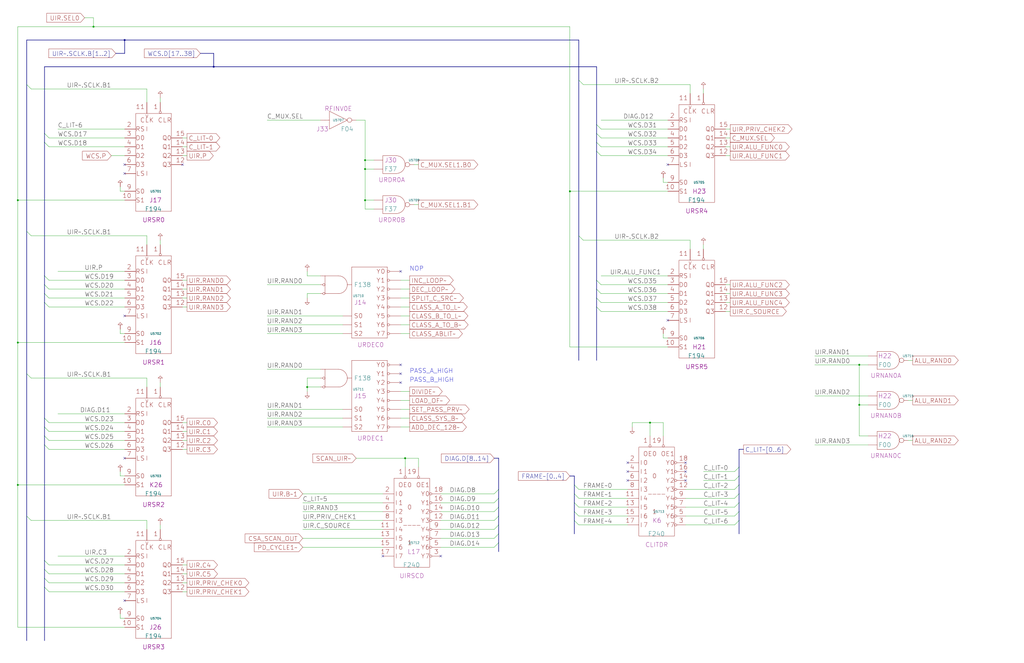
<source format=kicad_sch>
(kicad_sch (version 20211123) (generator eeschema)
  (paper "User" 584.2 378.46)
  (title_block (title "WRITABLE CONTROL STORE\\nMICRO INSTRUCTION REGISTER") (date "15-MAR-90") (rev "1.0") (comment 1 "TYPE") (comment 2 "232-003062") (comment 3 "S400") (comment 4 "RELEASED"))
  (bus (pts (xy 114.3 30.48) (xy 121.92 30.48)))
  (bus (pts (xy 121.92 30.48) (xy 121.92 38.1)))
  (bus (pts (xy 121.92 38.1) (xy 340.36 38.1)))
  (bus (pts (xy 15.24 132.08) (xy 15.24 213.36)))
  (bus (pts (xy 15.24 213.36) (xy 15.24 294.64)))
  (bus (pts (xy 15.24 22.86) (xy 15.24 48.26)))
  (bus (pts (xy 15.24 22.86) (xy 71.12 22.86)))
  (bus (pts (xy 15.24 294.64) (xy 15.24 365.76)))
  (bus (pts (xy 15.24 48.26) (xy 15.24 132.08)))
  (bus (pts (xy 25.4 157.48) (xy 25.4 162.56)))
  (bus (pts (xy 25.4 162.56) (xy 25.4 167.64)))
  (bus (pts (xy 25.4 167.64) (xy 25.4 172.72)))
  (bus (pts (xy 25.4 172.72) (xy 25.4 238.76)))
  (bus (pts (xy 25.4 238.76) (xy 25.4 243.84)))
  (bus (pts (xy 25.4 243.84) (xy 25.4 248.92)))
  (bus (pts (xy 25.4 248.92) (xy 25.4 254)))
  (bus (pts (xy 25.4 254) (xy 25.4 320.04)))
  (bus (pts (xy 25.4 320.04) (xy 25.4 325.12)))
  (bus (pts (xy 25.4 325.12) (xy 25.4 330.2)))
  (bus (pts (xy 25.4 330.2) (xy 25.4 335.28)))
  (bus (pts (xy 25.4 335.28) (xy 25.4 365.76)))
  (bus (pts (xy 25.4 38.1) (xy 121.92 38.1)))
  (bus (pts (xy 25.4 38.1) (xy 25.4 76.2)))
  (bus (pts (xy 25.4 76.2) (xy 25.4 81.28)))
  (bus (pts (xy 25.4 81.28) (xy 25.4 157.48)))
  (bus (pts (xy 281.94 261.62) (xy 284.48 261.62)))
  (bus (pts (xy 284.48 261.62) (xy 284.48 279.4)))
  (bus (pts (xy 284.48 279.4) (xy 284.48 284.48)))
  (bus (pts (xy 284.48 284.48) (xy 284.48 289.56)))
  (bus (pts (xy 284.48 289.56) (xy 284.48 294.64)))
  (bus (pts (xy 284.48 294.64) (xy 284.48 299.72)))
  (bus (pts (xy 284.48 299.72) (xy 284.48 304.8)))
  (bus (pts (xy 284.48 304.8) (xy 284.48 309.88)))
  (bus (pts (xy 284.48 309.88) (xy 284.48 314.96)))
  (bus (pts (xy 325.12 271.78) (xy 327.66 271.78)))
  (bus (pts (xy 327.66 271.78) (xy 327.66 276.86)))
  (bus (pts (xy 327.66 276.86) (xy 327.66 281.94)))
  (bus (pts (xy 327.66 281.94) (xy 327.66 287.02)))
  (bus (pts (xy 327.66 287.02) (xy 327.66 292.1)))
  (bus (pts (xy 327.66 292.1) (xy 327.66 297.18)))
  (bus (pts (xy 327.66 297.18) (xy 327.66 304.8)))
  (bus (pts (xy 330.2 134.62) (xy 330.2 205.74)))
  (bus (pts (xy 330.2 22.86) (xy 330.2 45.72)))
  (bus (pts (xy 330.2 45.72) (xy 330.2 134.62)))
  (bus (pts (xy 340.36 160.02) (xy 340.36 165.1)))
  (bus (pts (xy 340.36 165.1) (xy 340.36 170.18)))
  (bus (pts (xy 340.36 170.18) (xy 340.36 175.26)))
  (bus (pts (xy 340.36 175.26) (xy 340.36 205.74)))
  (bus (pts (xy 340.36 38.1) (xy 340.36 71.12)))
  (bus (pts (xy 340.36 71.12) (xy 340.36 76.2)))
  (bus (pts (xy 340.36 76.2) (xy 340.36 81.28)))
  (bus (pts (xy 340.36 81.28) (xy 340.36 86.36)))
  (bus (pts (xy 340.36 86.36) (xy 340.36 160.02)))
  (bus (pts (xy 421.64 256.54) (xy 421.64 266.7)))
  (bus (pts (xy 421.64 256.54) (xy 424.18 256.54)))
  (bus (pts (xy 421.64 266.7) (xy 421.64 271.78)))
  (bus (pts (xy 421.64 271.78) (xy 421.64 276.86)))
  (bus (pts (xy 421.64 276.86) (xy 421.64 281.94)))
  (bus (pts (xy 421.64 281.94) (xy 421.64 287.02)))
  (bus (pts (xy 421.64 287.02) (xy 421.64 292.1)))
  (bus (pts (xy 421.64 292.1) (xy 421.64 297.18)))
  (bus (pts (xy 421.64 297.18) (xy 421.64 304.8)))
  (bus (pts (xy 66.04 30.48) (xy 71.12 30.48)))
  (bus (pts (xy 71.12 22.86) (xy 330.2 22.86)))
  (bus (pts (xy 71.12 30.48) (xy 71.12 22.86)))
  (wire (pts (xy 10.16 114.3) (xy 10.16 15.24)))
  (wire (pts (xy 10.16 114.3) (xy 71.12 114.3)))
  (wire (pts (xy 10.16 15.24) (xy 53.34 15.24)))
  (wire (pts (xy 10.16 195.58) (xy 10.16 114.3)))
  (wire (pts (xy 10.16 195.58) (xy 71.12 195.58)))
  (wire (pts (xy 10.16 276.86) (xy 10.16 195.58)))
  (wire (pts (xy 10.16 276.86) (xy 71.12 276.86)))
  (wire (pts (xy 10.16 358.14) (xy 10.16 276.86)))
  (wire (pts (xy 10.16 358.14) (xy 71.12 358.14)))
  (wire (pts (xy 104.14 160.02) (xy 106.68 160.02)))
  (wire (pts (xy 104.14 165.1) (xy 106.68 165.1)))
  (wire (pts (xy 104.14 170.18) (xy 106.68 170.18)))
  (wire (pts (xy 104.14 175.26) (xy 106.68 175.26)))
  (wire (pts (xy 104.14 241.3) (xy 106.68 241.3)))
  (wire (pts (xy 104.14 246.38) (xy 106.68 246.38)))
  (wire (pts (xy 104.14 251.46) (xy 106.68 251.46)))
  (wire (pts (xy 104.14 256.54) (xy 106.68 256.54)))
  (wire (pts (xy 104.14 322.58) (xy 106.68 322.58)))
  (wire (pts (xy 104.14 327.66) (xy 106.68 327.66)))
  (wire (pts (xy 104.14 332.74) (xy 106.68 332.74)))
  (wire (pts (xy 104.14 337.82) (xy 106.68 337.82)))
  (wire (pts (xy 104.14 78.74) (xy 106.68 78.74)))
  (wire (pts (xy 104.14 83.82) (xy 106.68 83.82)))
  (wire (pts (xy 104.14 88.9) (xy 106.68 88.9)))
  (wire (pts (xy 152.4 162.56) (xy 182.88 162.56)))
  (wire (pts (xy 152.4 180.34) (xy 195.58 180.34)))
  (wire (pts (xy 152.4 185.42) (xy 195.58 185.42)))
  (wire (pts (xy 152.4 190.5) (xy 195.58 190.5)))
  (wire (pts (xy 152.4 210.82) (xy 182.88 210.82)))
  (wire (pts (xy 152.4 233.68) (xy 195.58 233.68)))
  (wire (pts (xy 152.4 238.76) (xy 195.58 238.76)))
  (wire (pts (xy 152.4 243.84) (xy 195.58 243.84)))
  (wire (pts (xy 152.4 68.58) (xy 182.88 68.58)))
  (wire (pts (xy 17.78 134.62) (xy 83.82 134.62)))
  (wire (pts (xy 17.78 215.9) (xy 83.82 215.9)))
  (wire (pts (xy 17.78 297.18) (xy 83.82 297.18)))
  (wire (pts (xy 17.78 50.8) (xy 83.82 50.8)))
  (wire (pts (xy 172.72 281.94) (xy 218.44 281.94)))
  (wire (pts (xy 172.72 287.02) (xy 218.44 287.02)))
  (wire (pts (xy 172.72 292.1) (xy 218.44 292.1)))
  (wire (pts (xy 172.72 297.18) (xy 218.44 297.18)))
  (wire (pts (xy 172.72 302.26) (xy 218.44 302.26)))
  (wire (pts (xy 172.72 307.34) (xy 218.44 307.34)))
  (wire (pts (xy 172.72 312.42) (xy 218.44 312.42)))
  (wire (pts (xy 175.26 157.48) (xy 175.26 154.94)))
  (wire (pts (xy 175.26 167.64) (xy 175.26 170.18)))
  (wire (pts (xy 175.26 215.9) (xy 175.26 220.98)))
  (wire (pts (xy 175.26 220.98) (xy 175.26 223.52)))
  (wire (pts (xy 175.26 220.98) (xy 182.88 220.98)))
  (wire (pts (xy 182.88 157.48) (xy 175.26 157.48)))
  (wire (pts (xy 182.88 167.64) (xy 175.26 167.64)))
  (wire (pts (xy 182.88 215.9) (xy 175.26 215.9)))
  (wire (pts (xy 203.2 68.58) (xy 208.28 68.58)))
  (wire (pts (xy 208.28 114.3) (xy 208.28 119.38)))
  (wire (pts (xy 208.28 114.3) (xy 213.36 114.3)))
  (wire (pts (xy 208.28 119.38) (xy 213.36 119.38)))
  (wire (pts (xy 208.28 68.58) (xy 208.28 91.44)))
  (wire (pts (xy 208.28 91.44) (xy 208.28 96.52)))
  (wire (pts (xy 208.28 91.44) (xy 213.36 91.44)))
  (wire (pts (xy 208.28 96.52) (xy 208.28 114.3)))
  (wire (pts (xy 208.28 96.52) (xy 213.36 96.52)))
  (wire (pts (xy 228.6 160.02) (xy 233.68 160.02)))
  (wire (pts (xy 228.6 165.1) (xy 233.68 165.1)))
  (wire (pts (xy 228.6 170.18) (xy 233.68 170.18)))
  (wire (pts (xy 228.6 175.26) (xy 233.68 175.26)))
  (wire (pts (xy 228.6 180.34) (xy 233.68 180.34)))
  (wire (pts (xy 228.6 185.42) (xy 233.68 185.42)))
  (wire (pts (xy 228.6 190.5) (xy 233.68 190.5)))
  (wire (pts (xy 228.6 223.52) (xy 233.68 223.52)))
  (wire (pts (xy 228.6 228.6) (xy 233.68 228.6)))
  (wire (pts (xy 228.6 233.68) (xy 233.68 233.68)))
  (wire (pts (xy 228.6 238.76) (xy 233.68 238.76)))
  (wire (pts (xy 228.6 243.84) (xy 233.68 243.84)))
  (wire (pts (xy 231.14 261.62) (xy 203.2 261.62)))
  (wire (pts (xy 231.14 261.62) (xy 231.14 266.7)))
  (wire (pts (xy 236.22 116.84) (xy 238.76 116.84)))
  (wire (pts (xy 236.22 93.98) (xy 238.76 93.98)))
  (wire (pts (xy 238.76 261.62) (xy 231.14 261.62)))
  (wire (pts (xy 238.76 266.7) (xy 238.76 261.62)))
  (wire (pts (xy 251.46 281.94) (xy 281.94 281.94)))
  (wire (pts (xy 251.46 287.02) (xy 281.94 287.02)))
  (wire (pts (xy 251.46 292.1) (xy 281.94 292.1)))
  (wire (pts (xy 251.46 297.18) (xy 281.94 297.18)))
  (wire (pts (xy 251.46 302.26) (xy 281.94 302.26)))
  (wire (pts (xy 251.46 307.34) (xy 281.94 307.34)))
  (wire (pts (xy 251.46 312.42) (xy 281.94 312.42)))
  (wire (pts (xy 27.94 160.02) (xy 71.12 160.02)))
  (wire (pts (xy 27.94 165.1) (xy 71.12 165.1)))
  (wire (pts (xy 27.94 170.18) (xy 71.12 170.18)))
  (wire (pts (xy 27.94 175.26) (xy 71.12 175.26)))
  (wire (pts (xy 27.94 241.3) (xy 71.12 241.3)))
  (wire (pts (xy 27.94 246.38) (xy 71.12 246.38)))
  (wire (pts (xy 27.94 251.46) (xy 71.12 251.46)))
  (wire (pts (xy 27.94 256.54) (xy 71.12 256.54)))
  (wire (pts (xy 27.94 322.58) (xy 71.12 322.58)))
  (wire (pts (xy 27.94 327.66) (xy 71.12 327.66)))
  (wire (pts (xy 27.94 332.74) (xy 71.12 332.74)))
  (wire (pts (xy 27.94 337.82) (xy 71.12 337.82)))
  (wire (pts (xy 27.94 78.74) (xy 71.12 78.74)))
  (wire (pts (xy 27.94 83.82) (xy 71.12 83.82)))
  (wire (pts (xy 325.12 109.22) (xy 325.12 198.12)))
  (wire (pts (xy 325.12 109.22) (xy 381 109.22)))
  (wire (pts (xy 325.12 15.24) (xy 325.12 109.22)))
  (wire (pts (xy 325.12 198.12) (xy 381 198.12)))
  (wire (pts (xy 33.02 154.94) (xy 71.12 154.94)))
  (wire (pts (xy 33.02 236.22) (xy 71.12 236.22)))
  (wire (pts (xy 33.02 317.5) (xy 71.12 317.5)))
  (wire (pts (xy 33.02 73.66) (xy 71.12 73.66)))
  (wire (pts (xy 330.2 279.4) (xy 358.14 279.4)))
  (wire (pts (xy 330.2 284.48) (xy 358.14 284.48)))
  (wire (pts (xy 330.2 289.56) (xy 358.14 289.56)))
  (wire (pts (xy 330.2 294.64) (xy 358.14 294.64)))
  (wire (pts (xy 330.2 299.72) (xy 358.14 299.72)))
  (wire (pts (xy 332.74 137.16) (xy 393.7 137.16)))
  (wire (pts (xy 332.74 48.26) (xy 393.7 48.26)))
  (wire (pts (xy 342.9 157.48) (xy 381 157.48)))
  (wire (pts (xy 342.9 162.56) (xy 381 162.56)))
  (wire (pts (xy 342.9 167.64) (xy 381 167.64)))
  (wire (pts (xy 342.9 172.72) (xy 381 172.72)))
  (wire (pts (xy 342.9 177.8) (xy 381 177.8)))
  (wire (pts (xy 342.9 68.58) (xy 381 68.58)))
  (wire (pts (xy 342.9 73.66) (xy 381 73.66)))
  (wire (pts (xy 342.9 78.74) (xy 381 78.74)))
  (wire (pts (xy 342.9 83.82) (xy 381 83.82)))
  (wire (pts (xy 342.9 88.9) (xy 381 88.9)))
  (wire (pts (xy 360.68 241.3) (xy 370.84 241.3)))
  (wire (pts (xy 360.68 243.84) (xy 360.68 241.3)))
  (wire (pts (xy 370.84 241.3) (xy 370.84 248.92)))
  (wire (pts (xy 370.84 241.3) (xy 378.46 241.3)))
  (wire (pts (xy 378.46 101.6) (xy 378.46 104.14)))
  (wire (pts (xy 378.46 104.14) (xy 381 104.14)))
  (wire (pts (xy 378.46 190.5) (xy 378.46 193.04)))
  (wire (pts (xy 378.46 193.04) (xy 381 193.04)))
  (wire (pts (xy 378.46 241.3) (xy 378.46 248.92)))
  (wire (pts (xy 391.16 279.4) (xy 419.1 279.4)))
  (wire (pts (xy 391.16 284.48) (xy 419.1 284.48)))
  (wire (pts (xy 391.16 289.56) (xy 419.1 289.56)))
  (wire (pts (xy 391.16 294.64) (xy 419.1 294.64)))
  (wire (pts (xy 391.16 299.72) (xy 419.1 299.72)))
  (wire (pts (xy 393.7 142.24) (xy 393.7 137.16)))
  (wire (pts (xy 393.7 53.34) (xy 393.7 48.26)))
  (wire (pts (xy 401.32 139.7) (xy 401.32 142.24)))
  (wire (pts (xy 401.32 269.24) (xy 419.1 269.24)))
  (wire (pts (xy 401.32 274.32) (xy 419.1 274.32)))
  (wire (pts (xy 401.32 50.8) (xy 401.32 53.34)))
  (wire (pts (xy 414.02 162.56) (xy 416.56 162.56)))
  (wire (pts (xy 414.02 167.64) (xy 416.56 167.64)))
  (wire (pts (xy 414.02 172.72) (xy 416.56 172.72)))
  (wire (pts (xy 414.02 177.8) (xy 416.56 177.8)))
  (wire (pts (xy 414.02 73.66) (xy 416.56 73.66)))
  (wire (pts (xy 414.02 78.74) (xy 416.56 78.74)))
  (wire (pts (xy 414.02 83.82) (xy 416.56 83.82)))
  (wire (pts (xy 414.02 88.9) (xy 416.56 88.9)))
  (wire (pts (xy 464.82 203.2) (xy 495.3 203.2)))
  (wire (pts (xy 464.82 208.28) (xy 490.22 208.28)))
  (wire (pts (xy 464.82 226.06) (xy 495.3 226.06)))
  (wire (pts (xy 464.82 254) (xy 495.3 254)))
  (wire (pts (xy 48.26 10.16) (xy 53.34 10.16)))
  (wire (pts (xy 490.22 208.28) (xy 495.3 208.28)))
  (wire (pts (xy 490.22 231.14) (xy 490.22 208.28)))
  (wire (pts (xy 490.22 231.14) (xy 495.3 231.14)))
  (wire (pts (xy 490.22 248.92) (xy 490.22 231.14)))
  (wire (pts (xy 495.3 248.92) (xy 490.22 248.92)))
  (wire (pts (xy 518.16 205.74) (xy 520.7 205.74)))
  (wire (pts (xy 518.16 228.6) (xy 520.7 228.6)))
  (wire (pts (xy 518.16 251.46) (xy 520.7 251.46)))
  (wire (pts (xy 53.34 10.16) (xy 53.34 15.24)))
  (wire (pts (xy 53.34 15.24) (xy 325.12 15.24)))
  (wire (pts (xy 63.5 88.9) (xy 71.12 88.9)))
  (wire (pts (xy 68.58 106.68) (xy 68.58 109.22)))
  (wire (pts (xy 68.58 109.22) (xy 71.12 109.22)))
  (wire (pts (xy 68.58 187.96) (xy 68.58 190.5)))
  (wire (pts (xy 68.58 190.5) (xy 71.12 190.5)))
  (wire (pts (xy 68.58 269.24) (xy 68.58 271.78)))
  (wire (pts (xy 68.58 271.78) (xy 71.12 271.78)))
  (wire (pts (xy 68.58 350.52) (xy 68.58 353.06)))
  (wire (pts (xy 68.58 353.06) (xy 71.12 353.06)))
  (wire (pts (xy 83.82 139.7) (xy 83.82 134.62)))
  (wire (pts (xy 83.82 220.98) (xy 83.82 215.9)))
  (wire (pts (xy 83.82 302.26) (xy 83.82 297.18)))
  (wire (pts (xy 83.82 58.42) (xy 83.82 50.8)))
  (wire (pts (xy 91.44 137.16) (xy 91.44 139.7)))
  (wire (pts (xy 91.44 218.44) (xy 91.44 220.98)))
  (wire (pts (xy 91.44 299.72) (xy 91.44 302.26)))
  (wire (pts (xy 91.44 55.88) (xy 91.44 58.42)))
  (junction (at 10.16 114.3))
  (junction (at 10.16 195.58))
  (junction (at 10.16 276.86))
  (bus_entry (at 15.24 48.26) (size 2.54 2.54))
  (bus_entry (at 15.24 132.08) (size 2.54 2.54))
  (bus_entry (at 15.24 213.36) (size 2.54 2.54))
  (bus_entry (at 15.24 294.64) (size 2.54 2.54))
  (bus_entry (at 25.4 76.2) (size 2.54 2.54))
  (bus_entry (at 25.4 81.28) (size 2.54 2.54))
  (bus_entry (at 25.4 157.48) (size 2.54 2.54))
  (bus_entry (at 25.4 162.56) (size 2.54 2.54))
  (bus_entry (at 25.4 167.64) (size 2.54 2.54))
  (bus_entry (at 25.4 172.72) (size 2.54 2.54))
  (bus_entry (at 25.4 238.76) (size 2.54 2.54))
  (bus_entry (at 25.4 243.84) (size 2.54 2.54))
  (bus_entry (at 25.4 248.92) (size 2.54 2.54))
  (bus_entry (at 25.4 254) (size 2.54 2.54))
  (bus_entry (at 25.4 320.04) (size 2.54 2.54))
  (bus_entry (at 25.4 325.12) (size 2.54 2.54))
  (bus_entry (at 25.4 330.2) (size 2.54 2.54))
  (bus_entry (at 25.4 335.28) (size 2.54 2.54))
  (label "C_LIT~6" (at 33.02 73.66 0) (effects (font (size 2.54 2.54))))
  (label "WCS.D17" (at 33.02 78.74 0) (effects (font (size 2.54 2.54))))
  (label "WCS.D18" (at 33.02 83.82 0) (effects (font (size 2.54 2.54))))
  (label "UIR~.SCLK.B1" (at 38.1 50.8 0) (effects (font (size 2.54 2.54))))
  (label "UIR~.SCLK.B1" (at 38.1 134.62 0) (effects (font (size 2.54 2.54))))
  (label "UIR~.SCLK.B1" (at 38.1 215.9 0) (effects (font (size 2.54 2.54))))
  (label "UIR~.SCLK.B1" (at 38.1 297.18 0) (effects (font (size 2.54 2.54))))
  (label "DIAG.D11" (at 45.72 236.22 0) (effects (font (size 2.54 2.54))))
  (global_label "UIR.SEL0" (shape input) (at 48.26 10.16 180) (effects (font (size 2.54 2.54))) (property "Intersheet References" "${INTERSHEET_REFS}" (at 26.6216 10.0013 0) (effects (font (size 2.54 2.54)) (justify right))))
  (label "UIR.P" (at 48.26 154.94 0) (effects (font (size 2.54 2.54))))
  (label "WCS.D19" (at 48.26 160.02 0) (effects (font (size 2.54 2.54))))
  (label "WCS.D20" (at 48.26 165.1 0) (effects (font (size 2.54 2.54))))
  (label "WCS.D21" (at 48.26 170.18 0) (effects (font (size 2.54 2.54))))
  (label "WCS.D22" (at 48.26 175.26 0) (effects (font (size 2.54 2.54))))
  (label "WCS.D23" (at 48.26 241.3 0) (effects (font (size 2.54 2.54))))
  (label "WCS.D24" (at 48.26 246.38 0) (effects (font (size 2.54 2.54))))
  (label "WCS.D25" (at 48.26 251.46 0) (effects (font (size 2.54 2.54))))
  (label "WCS.D26" (at 48.26 256.54 0) (effects (font (size 2.54 2.54))))
  (label "UIR.C3" (at 48.26 317.5 0) (effects (font (size 2.54 2.54))))
  (label "WCS.D27" (at 48.26 322.58 0) (effects (font (size 2.54 2.54))))
  (label "WCS.D28" (at 48.26 327.66 0) (effects (font (size 2.54 2.54))))
  (label "WCS.D29" (at 48.26 332.74 0) (effects (font (size 2.54 2.54))))
  (label "WCS.D30" (at 48.26 337.82 0) (effects (font (size 2.54 2.54))))
  (junction (at 53.34 15.24))
  (global_label "WCS.P" (shape input) (at 63.5 88.9 180) (effects (font (size 2.54 2.54))) (property "Intersheet References" "${INTERSHEET_REFS}" (at 47.0626 88.7413 0) (effects (font (size 2.54 2.54)) (justify right))))
  (global_label "UIR~.SCLK.B[1..2]" (shape input) (at 66.04 30.48 180) (effects (font (size 2.54 2.54))) (property "Intersheet References" "${INTERSHEET_REFS}" (at 27.8311 30.3213 0) (effects (font (size 2.54 2.54)) (justify right))))
  (symbol (lib_id "r1000:PU") (at 68.58 106.68 0) (unit 1)
    (property "Reference" "#PWR05701" (effects hide))
    (property "Value" "PU" (effects hide))
  )
  (symbol (lib_id "r1000:PU") (at 68.58 187.96 0) (unit 1)
    (property "Reference" "#PWR05702" (effects hide))
    (property "Value" "PU" (effects hide))
  )
  (symbol (lib_id "r1000:PU") (at 68.58 269.24 0) (unit 1)
    (property "Reference" "#PWR05703" (effects hide))
    (property "Value" "PU" (effects hide))
  )
  (symbol (lib_id "r1000:PU") (at 68.58 350.52 0) (unit 1)
    (property "Reference" "#PWR05704" (effects hide))
    (property "Value" "PU" (effects hide))
  )
  (junction (at 71.12 22.86))
  (no_connect (at 71.12 93.98))
  (no_connect (at 71.12 99.06))
  (no_connect (at 71.12 180.34))
  (no_connect (at 71.12 261.62))
  (no_connect (at 71.12 342.9))
  (symbol (lib_id "r1000:F194") (at 86.36 114.3 0) (unit 1)
    (property "Reference" "U5701" (at 88.9 109.22 0))
    (property "Value" "F194" (at 82.55 119.38 0) (effects (font (size 2.54 2.54)) (justify left)))
    (property "Location" "J17" (at 85.09 114.3 0) (effects (font (size 2.54 2.54)) (justify left)))
    (property "Name" "URSR0" (at 87.63 127 0) (effects (font (size 2.54 2.54)) (justify bottom)))
  )
  (symbol (lib_id "r1000:F194") (at 86.36 195.58 0) (unit 1)
    (property "Reference" "U5702" (at 88.9 190.5 0))
    (property "Value" "F194" (at 82.55 200.66 0) (effects (font (size 2.54 2.54)) (justify left)))
    (property "Location" "J16" (at 85.09 195.58 0) (effects (font (size 2.54 2.54)) (justify left)))
    (property "Name" "URSR1" (at 87.63 208.28 0) (effects (font (size 2.54 2.54)) (justify bottom)))
  )
  (symbol (lib_id "r1000:F194") (at 86.36 276.86 0) (unit 1)
    (property "Reference" "U5703" (at 88.9 271.78 0))
    (property "Value" "F194" (at 82.55 281.94 0) (effects (font (size 2.54 2.54)) (justify left)))
    (property "Location" "K26" (at 85.09 276.86 0) (effects (font (size 2.54 2.54)) (justify left)))
    (property "Name" "URSR2" (at 87.63 289.56 0) (effects (font (size 2.54 2.54)) (justify bottom)))
  )
  (symbol (lib_id "r1000:F194") (at 86.36 358.14 0) (unit 1)
    (property "Reference" "U5704" (at 88.9 353.06 0))
    (property "Value" "F194" (at 82.55 363.22 0) (effects (font (size 2.54 2.54)) (justify left)))
    (property "Location" "J26" (at 85.09 358.14 0) (effects (font (size 2.54 2.54)) (justify left)))
    (property "Name" "URSR3" (at 87.63 370.84 0) (effects (font (size 2.54 2.54)) (justify bottom)))
  )
  (symbol (lib_id "r1000:PU") (at 91.44 55.88 0) (unit 1)
    (property "Reference" "#PWR05705" (effects hide))
    (property "Value" "PU" (effects hide))
  )
  (symbol (lib_id "r1000:PU") (at 91.44 137.16 0) (unit 1)
    (property "Reference" "#PWR05706" (effects hide))
    (property "Value" "PU" (effects hide))
  )
  (symbol (lib_id "r1000:PU") (at 91.44 218.44 0) (unit 1)
    (property "Reference" "#PWR05707" (effects hide))
    (property "Value" "PU" (effects hide))
  )
  (symbol (lib_id "r1000:PU") (at 91.44 299.72 0) (unit 1)
    (property "Reference" "#PWR05708" (effects hide))
    (property "Value" "PU" (effects hide))
  )
  (no_connect (at 104.14 93.98))
  (global_label "C_LIT~0" (shape output) (at 106.68 78.74 0) (effects (font (size 2.54 2.54))) (property "Intersheet References" "${INTERSHEET_REFS}" (at 125.4155 78.5813 0) (effects (font (size 2.54 2.54)) (justify left))))
  (global_label "C_LIT~1" (shape output) (at 106.68 83.82 0) (effects (font (size 2.54 2.54))) (property "Intersheet References" "${INTERSHEET_REFS}" (at 125.4155 83.6613 0) (effects (font (size 2.54 2.54)) (justify left))))
  (global_label "UIR.P" (shape output) (at 106.68 88.9 0) (effects (font (size 2.54 2.54))) (property "Intersheet References" "${INTERSHEET_REFS}" (at 121.666 88.7413 0) (effects (font (size 2.54 2.54)) (justify left))))
  (global_label "UIR.RAND0" (shape output) (at 106.68 160.02 0) (effects (font (size 2.54 2.54))) (property "Intersheet References" "${INTERSHEET_REFS}" (at 131.4631 159.8613 0) (effects (font (size 2.54 2.54)) (justify left))))
  (global_label "UIR.RAND1" (shape output) (at 106.68 165.1 0) (effects (font (size 2.54 2.54))) (property "Intersheet References" "${INTERSHEET_REFS}" (at 131.4631 164.9413 0) (effects (font (size 2.54 2.54)) (justify left))))
  (global_label "UIR.RAND2" (shape output) (at 106.68 170.18 0) (effects (font (size 2.54 2.54))) (property "Intersheet References" "${INTERSHEET_REFS}" (at 131.4631 170.0213 0) (effects (font (size 2.54 2.54)) (justify left))))
  (global_label "UIR.RAND3" (shape output) (at 106.68 175.26 0) (effects (font (size 2.54 2.54))) (property "Intersheet References" "${INTERSHEET_REFS}" (at 131.4631 175.1013 0) (effects (font (size 2.54 2.54)) (justify left))))
  (global_label "UIR.C0" (shape output) (at 106.68 241.3 0) (effects (font (size 2.54 2.54))) (property "Intersheet References" "${INTERSHEET_REFS}" (at 124.085 241.1413 0) (effects (font (size 2.54 2.54)) (justify left))))
  (global_label "UIR.C1" (shape output) (at 106.68 246.38 0) (effects (font (size 2.54 2.54))) (property "Intersheet References" "${INTERSHEET_REFS}" (at 124.085 246.2213 0) (effects (font (size 2.54 2.54)) (justify left))))
  (global_label "UIR.C2" (shape output) (at 106.68 251.46 0) (effects (font (size 2.54 2.54))) (property "Intersheet References" "${INTERSHEET_REFS}" (at 124.085 251.3013 0) (effects (font (size 2.54 2.54)) (justify left))))
  (global_label "UIR.C3" (shape output) (at 106.68 256.54 0) (effects (font (size 2.54 2.54))) (property "Intersheet References" "${INTERSHEET_REFS}" (at 124.085 256.3813 0) (effects (font (size 2.54 2.54)) (justify left))))
  (global_label "UIR.C4" (shape output) (at 106.68 322.58 0) (effects (font (size 2.54 2.54))) (property "Intersheet References" "${INTERSHEET_REFS}" (at 124.085 322.4213 0) (effects (font (size 2.54 2.54)) (justify left))))
  (global_label "UIR.C5" (shape output) (at 106.68 327.66 0) (effects (font (size 2.54 2.54))) (property "Intersheet References" "${INTERSHEET_REFS}" (at 124.085 327.5013 0) (effects (font (size 2.54 2.54)) (justify left))))
  (global_label "UIR.PRIV_CHEK0" (shape output) (at 106.68 332.74 0) (effects (font (size 2.54 2.54))) (property "Intersheet References" "${INTERSHEET_REFS}" (at 141.986 332.5813 0) (effects (font (size 2.54 2.54)) (justify left))))
  (global_label "UIR.PRIV_CHEK1" (shape output) (at 106.68 337.82 0) (effects (font (size 2.54 2.54))) (property "Intersheet References" "${INTERSHEET_REFS}" (at 141.986 337.6613 0) (effects (font (size 2.54 2.54)) (justify left))))
  (global_label "WCS.D[17..38]" (shape input) (at 114.3 30.48 180) (effects (font (size 2.54 2.54))) (property "Intersheet References" "${INTERSHEET_REFS}" (at 82.3807 30.3213 0) (effects (font (size 2.54 2.54)) (justify right))))
  (junction (at 121.92 38.1))
  (label "C_MUX.SEL" (at 152.4 68.58 0) (effects (font (size 2.54 2.54))))
  (label "UIR.RAND0" (at 152.4 162.56 0) (effects (font (size 2.54 2.54))))
  (label "UIR.RAND1" (at 152.4 180.34 0) (effects (font (size 2.54 2.54))))
  (label "UIR.RAND2" (at 152.4 185.42 0) (effects (font (size 2.54 2.54))))
  (label "UIR.RAND3" (at 152.4 190.5 0) (effects (font (size 2.54 2.54))))
  (label "UIR.RAND0" (at 152.4 210.82 0) (effects (font (size 2.54 2.54))))
  (label "UIR.RAND1" (at 152.4 233.68 0) (effects (font (size 2.54 2.54))))
  (label "UIR.RAND2" (at 152.4 238.76 0) (effects (font (size 2.54 2.54))))
  (label "UIR.RAND3" (at 152.4 243.84 0) (effects (font (size 2.54 2.54))))
  (global_label "UIR.B~1" (shape input) (at 172.72 281.94 180) (effects (font (size 2.54 2.54))) (property "Intersheet References" "${INTERSHEET_REFS}" (at 153.5007 281.7813 0) (effects (font (size 2.54 2.54)) (justify right))))
  (label "C_LIT~5" (at 172.72 287.02 0) (effects (font (size 2.54 2.54))))
  (label "UIR.RAND3" (at 172.72 292.1 0) (effects (font (size 2.54 2.54))))
  (label "UIR.PRIV_CHEK1" (at 172.72 297.18 0) (effects (font (size 2.54 2.54))))
  (label "UIR.C_SOURCE" (at 172.72 302.26 0) (effects (font (size 2.54 2.54))))
  (global_label "CSA_SCAN_OUT" (shape input) (at 172.72 307.34 180) (effects (font (size 2.54 2.54))) (property "Intersheet References" "${INTERSHEET_REFS}" (at 139.833 307.1813 0) (effects (font (size 2.54 2.54)) (justify right))))
  (global_label "PD_CYCLE1~" (shape input) (at 172.72 312.42 180) (effects (font (size 2.54 2.54))) (property "Intersheet References" "${INTERSHEET_REFS}" (at 145.034 312.2613 0) (effects (font (size 2.54 2.54)) (justify right))))
  (symbol (lib_id "r1000:PU") (at 175.26 154.94 0) (unit 1)
    (property "Reference" "#PWR05713" (effects hide))
    (property "Value" "PU" (effects hide))
  )
  (symbol (lib_id "r1000:PD") (at 175.26 170.18 0) (unit 1) (in_bom no)
    (property "Reference" "#PWR05714" (effects hide))
    (property "Value" "PD" (effects hide))
  )
  (junction (at 175.26 220.98))
  (symbol (lib_id "r1000:PD") (at 175.26 223.52 0) (unit 1) (in_bom no)
    (property "Reference" "#PWR05715" (effects hide))
    (property "Value" "PD" (effects hide))
  )
  (symbol (lib_id "r1000:F04") (at 193.04 68.58 0) (unit 1)
    (property "Reference" "U5707" (at 193.04 68.58 0))
    (property "Value" "F04" (at 194.31 73.66 0) (effects (font (size 2.54 2.54)) (justify left)))
    (property "Location" "J33" (at 180.34 73.66 0) (effects (font (size 2.54 2.54)) (justify left)))
    (property "Name" "RFINV0E" (at 193.04 63.5 0) (effects (font (size 2.54 2.54)) (justify bottom)))
  )
  (symbol (lib_id "r1000:F138") (at 203.2 172.72 0) (unit 1)
    (property "Reference" "U5710" (at 204.47 168.91 0))
    (property "Value" "F138" (at 201.93 162.56 0) (effects (font (size 2.54 2.54)) (justify left)))
    (property "Location" "J14" (at 201.93 172.72 0) (effects (font (size 2.54 2.54)) (justify left)))
    (property "Name" "URDEC0" (at 211.455 196.85 0) (effects (font (size 2.54 2.54))))
  )
  (symbol (lib_id "r1000:F138") (at 203.2 226.06 0) (unit 1)
    (property "Reference" "U5711" (at 204.47 222.25 0))
    (property "Value" "F138" (at 201.93 215.9 0) (effects (font (size 2.54 2.54)) (justify left)))
    (property "Location" "J15" (at 201.93 226.06 0) (effects (font (size 2.54 2.54)) (justify left)))
    (property "Name" "URDEC1" (at 211.455 250.19 0) (effects (font (size 2.54 2.54))))
  )
  (global_label "SCAN_UIR~" (shape input) (at 203.2 261.62 180) (effects (font (size 2.54 2.54))) (property "Intersheet References" "${INTERSHEET_REFS}" (at 178.4169 261.4613 0) (effects (font (size 2.54 2.54)) (justify right))))
  (junction (at 208.28 91.44))
  (junction (at 208.28 96.52))
  (junction (at 208.28 114.3))
  (no_connect (at 218.44 317.5))
  (symbol (lib_id "r1000:F37") (at 220.98 91.44 0) (unit 1)
    (property "Reference" "U5708" (at 236.22 91.44 0))
    (property "Value" "F37" (at 222.885 96.52 0) (effects (font (size 2.54 2.54))))
    (property "Location" "J30" (at 222.885 91.44 0) (effects (font (size 2.54 2.54))))
    (property "Name" "URDR0A" (at 223.52 104.14 0) (effects (font (size 2.54 2.54)) (justify bottom)))
  )
  (symbol (lib_id "r1000:F37") (at 220.98 114.3 0) (unit 1)
    (property "Reference" "U5709" (at 236.22 114.3 0))
    (property "Value" "F37" (at 222.885 119.38 0) (effects (font (size 2.54 2.54))))
    (property "Location" "J30" (at 222.885 114.3 0) (effects (font (size 2.54 2.54))))
    (property "Name" "URDR0B" (at 223.52 127 0) (effects (font (size 2.54 2.54)) (justify bottom)))
  )
  (no_connect (at 228.6 154.94))
  (no_connect (at 228.6 208.28))
  (no_connect (at 228.6 213.36))
  (no_connect (at 228.6 218.44))
  (junction (at 231.14 261.62))
  (text "NOP" (at 233.68 154.94 0) (effects (font (size 2.54 2.54)) (justify left bottom)))
  (global_label "INC_LOOP~" (shape output) (at 233.68 160.02 0) (effects (font (size 2.54 2.54))) (property "Intersheet References" "${INTERSHEET_REFS}" (at 258.5841 159.8613 0) (effects (font (size 2.54 2.54)) (justify left))))
  (global_label "DEC_LOOP~" (shape output) (at 233.68 165.1 0) (effects (font (size 2.54 2.54))) (property "Intersheet References" "${INTERSHEET_REFS}" (at 259.5517 164.9413 0) (effects (font (size 2.54 2.54)) (justify left))))
  (global_label "SPLIT_C_SRC~" (shape output) (at 233.68 170.18 0) (effects (font (size 2.54 2.54))) (property "Intersheet References" "${INTERSHEET_REFS}" (at 264.3898 170.0213 0) (effects (font (size 2.54 2.54)) (justify left))))
  (global_label "CLASS_A_TO_L~" (shape output) (at 233.68 175.26 0) (effects (font (size 2.54 2.54))) (property "Intersheet References" "${INTERSHEET_REFS}" (at 266.567 175.1013 0) (effects (font (size 2.54 2.54)) (justify left))))
  (global_label "CLASS_B_TO_L~" (shape output) (at 233.68 180.34 0) (effects (font (size 2.54 2.54))) (property "Intersheet References" "${INTERSHEET_REFS}" (at 266.9298 180.1813 0) (effects (font (size 2.54 2.54)) (justify left))))
  (global_label "CLASS_A_TO_B~" (shape output) (at 233.68 185.42 0) (effects (font (size 2.54 2.54))) (property "Intersheet References" "${INTERSHEET_REFS}" (at 267.0508 185.2613 0) (effects (font (size 2.54 2.54)) (justify left))))
  (global_label "CLASS_ABLIT~" (shape output) (at 233.68 190.5 0) (effects (font (size 2.54 2.54))) (property "Intersheet References" "${INTERSHEET_REFS}" (at 263.785 190.3413 0) (effects (font (size 2.54 2.54)) (justify left))))
  (text "PASS_A_HIGH" (at 233.68 213.36 0) (effects (font (size 2.54 2.54)) (justify left bottom)))
  (text "PASS_B_HIGH" (at 233.68 218.44 0) (effects (font (size 2.54 2.54)) (justify left bottom)))
  (global_label "DIVIDE~" (shape output) (at 233.68 223.52 0) (effects (font (size 2.54 2.54))) (property "Intersheet References" "${INTERSHEET_REFS}" (at 252.2946 223.3613 0) (effects (font (size 2.54 2.54)) (justify left))))
  (global_label "LOAD_OF~" (shape output) (at 233.68 228.6 0) (effects (font (size 2.54 2.54))) (property "Intersheet References" "${INTERSHEET_REFS}" (at 256.5279 228.4413 0) (effects (font (size 2.54 2.54)) (justify left))))
  (global_label "SET_PASS_PRV~" (shape output) (at 233.68 233.68 0) (effects (font (size 2.54 2.54))) (property "Intersheet References" "${INTERSHEET_REFS}" (at 267.6555 233.5213 0) (effects (font (size 2.54 2.54)) (justify left))))
  (global_label "CLASS_SYS_B~" (shape output) (at 233.68 238.76 0) (effects (font (size 2.54 2.54))) (property "Intersheet References" "${INTERSHEET_REFS}" (at 265.3574 238.6013 0) (effects (font (size 2.54 2.54)) (justify left))))
  (global_label "ADD_DEC_128~" (shape output) (at 233.68 243.84 0) (effects (font (size 2.54 2.54))) (property "Intersheet References" "${INTERSHEET_REFS}" (at 266.0831 243.6813 0) (effects (font (size 2.54 2.54)) (justify left))))
  (symbol (lib_id "r1000:F240") (at 233.68 314.96 0) (unit 1)
    (property "Reference" "U5712" (at 236.22 309.88 0))
    (property "Value" "F240" (at 229.87 322.58 0) (effects (font (size 2.54 2.54)) (justify left)))
    (property "Location" "L17" (at 232.41 314.96 0) (effects (font (size 2.54 2.54)) (justify left)))
    (property "Name" "UIRSCD" (at 234.95 330.2 0) (effects (font (size 2.54 2.54)) (justify bottom)))
  )
  (global_label "C_MUX.SEL1.B0" (shape output) (at 238.76 93.98 0) (effects (font (size 2.54 2.54))) (property "Intersheet References" "${INTERSHEET_REFS}" (at 272.6146 93.8213 0) (effects (font (size 2.54 2.54)) (justify left))))
  (global_label "C_MUX.SEL1.B1" (shape output) (at 238.76 116.84 0) (effects (font (size 2.54 2.54))) (property "Intersheet References" "${INTERSHEET_REFS}" (at 272.6146 116.6813 0) (effects (font (size 2.54 2.54)) (justify left))))
  (no_connect (at 251.46 317.5))
  (label "DIAG.D8" (at 256.54 281.94 0) (effects (font (size 2.54 2.54))))
  (label "DIAG.D9" (at 256.54 287.02 0) (effects (font (size 2.54 2.54))))
  (label "DIAG.D10" (at 256.54 292.1 0) (effects (font (size 2.54 2.54))))
  (label "DIAG.D11" (at 256.54 297.18 0) (effects (font (size 2.54 2.54))))
  (label "DIAG.D12" (at 256.54 302.26 0) (effects (font (size 2.54 2.54))))
  (label "DIAG.D13" (at 256.54 307.34 0) (effects (font (size 2.54 2.54))))
  (label "DIAG.D14" (at 256.54 312.42 0) (effects (font (size 2.54 2.54))))
  (global_label "DIAG.D[8..14]" (shape input) (at 281.94 261.62 180) (effects (font (size 2.54 2.54))) (property "Intersheet References" "${INTERSHEET_REFS}" (at 251.835 261.4613 0) (effects (font (size 2.54 2.54)) (justify right))))
  (bus_entry (at 284.48 279.4) (size -2.54 2.54))
  (bus_entry (at 284.48 284.48) (size -2.54 2.54))
  (bus_entry (at 284.48 289.56) (size -2.54 2.54))
  (bus_entry (at 284.48 294.64) (size -2.54 2.54))
  (bus_entry (at 284.48 299.72) (size -2.54 2.54))
  (bus_entry (at 284.48 304.8) (size -2.54 2.54))
  (bus_entry (at 284.48 309.88) (size -2.54 2.54))
  (junction (at 325.12 109.22))
  (global_label "FRAME~[0..4]" (shape input) (at 325.12 271.78 180) (effects (font (size 2.54 2.54))) (property "Intersheet References" "${INTERSHEET_REFS}" (at 295.7407 271.6213 0) (effects (font (size 2.54 2.54)) (justify right))))
  (bus_entry (at 327.66 276.86) (size 2.54 2.54))
  (bus_entry (at 327.66 281.94) (size 2.54 2.54))
  (bus_entry (at 327.66 287.02) (size 2.54 2.54))
  (bus_entry (at 327.66 292.1) (size 2.54 2.54))
  (bus_entry (at 327.66 297.18) (size 2.54 2.54))
  (bus_entry (at 330.2 45.72) (size 2.54 2.54))
  (bus_entry (at 330.2 134.62) (size 2.54 2.54))
  (label "FRAME~0" (at 332.74 279.4 0) (effects (font (size 2.54 2.54))))
  (label "FRAME~1" (at 332.74 284.48 0) (effects (font (size 2.54 2.54))))
  (label "FRAME~2" (at 332.74 289.56 0) (effects (font (size 2.54 2.54))))
  (label "FRAME~3" (at 332.74 294.64 0) (effects (font (size 2.54 2.54))))
  (label "FRAME~4" (at 332.74 299.72 0) (effects (font (size 2.54 2.54))))
  (bus_entry (at 340.36 71.12) (size 2.54 2.54))
  (bus_entry (at 340.36 76.2) (size 2.54 2.54))
  (bus_entry (at 340.36 81.28) (size 2.54 2.54))
  (bus_entry (at 340.36 86.36) (size 2.54 2.54))
  (bus_entry (at 340.36 160.02) (size 2.54 2.54))
  (bus_entry (at 340.36 165.1) (size 2.54 2.54))
  (bus_entry (at 340.36 170.18) (size 2.54 2.54))
  (bus_entry (at 340.36 175.26) (size 2.54 2.54))
  (label "UIR.ALU_FUNC1" (at 347.98 157.48 0) (effects (font (size 2.54 2.54))))
  (label "UIR~.SCLK.B2" (at 350.52 48.26 0) (effects (font (size 2.54 2.54))))
  (label "UIR~.SCLK.B2" (at 350.52 137.16 0) (effects (font (size 2.54 2.54))))
  (label "DIAG.D12" (at 355.6 68.58 0) (effects (font (size 2.54 2.54))))
  (label "WCS.D31" (at 358.14 73.66 0) (effects (font (size 2.54 2.54))))
  (label "WCS.D32" (at 358.14 78.74 0) (effects (font (size 2.54 2.54))))
  (label "WCS.D33" (at 358.14 83.82 0) (effects (font (size 2.54 2.54))))
  (label "WCS.D34" (at 358.14 88.9 0) (effects (font (size 2.54 2.54))))
  (label "WCS.D35" (at 358.14 162.56 0) (effects (font (size 2.54 2.54))))
  (label "WCS.D36" (at 358.14 167.64 0) (effects (font (size 2.54 2.54))))
  (label "WCS.D37" (at 358.14 172.72 0) (effects (font (size 2.54 2.54))))
  (label "WCS.D38" (at 358.14 177.8 0) (effects (font (size 2.54 2.54))))
  (no_connect (at 358.14 264.16))
  (no_connect (at 358.14 269.24))
  (no_connect (at 358.14 274.32))
  (symbol (lib_id "r1000:PD") (at 360.68 243.84 0) (unit 1) (in_bom no)
    (property "Reference" "#PWR05716" (effects hide))
    (property "Value" "PD" (effects hide))
  )
  (junction (at 370.84 241.3))
  (symbol (lib_id "r1000:F240") (at 373.38 297.18 0) (unit 1)
    (property "Reference" "U5713" (at 375.92 292.1 0))
    (property "Value" "F240" (at 369.57 304.8 0) (effects (font (size 2.54 2.54)) (justify left)))
    (property "Location" "K6" (at 372.11 297.18 0) (effects (font (size 2.54 2.54)) (justify left)))
    (property "Name" "CLITDR" (at 374.65 312.42 0) (effects (font (size 2.54 2.54)) (justify bottom)))
  )
  (symbol (lib_id "r1000:PU") (at 378.46 101.6 0) (unit 1)
    (property "Reference" "#PWR05709" (effects hide))
    (property "Value" "PU" (effects hide))
  )
  (symbol (lib_id "r1000:PU") (at 378.46 190.5 0) (unit 1)
    (property "Reference" "#PWR05710" (effects hide))
    (property "Value" "PU" (effects hide))
  )
  (no_connect (at 381 93.98))
  (no_connect (at 381 182.88))
  (no_connect (at 391.16 264.16))
  (no_connect (at 391.16 269.24))
  (no_connect (at 391.16 274.32))
  (symbol (lib_id "r1000:F194") (at 396.24 109.22 0) (unit 1)
    (property "Reference" "U5705" (at 398.78 104.14 0))
    (property "Value" "F194" (at 392.43 114.3 0) (effects (font (size 2.54 2.54)) (justify left)))
    (property "Location" "H23" (at 394.97 109.22 0) (effects (font (size 2.54 2.54)) (justify left)))
    (property "Name" "URSR4" (at 397.51 121.92 0) (effects (font (size 2.54 2.54)) (justify bottom)))
  )
  (symbol (lib_id "r1000:F194") (at 396.24 198.12 0) (unit 1)
    (property "Reference" "U5706" (at 398.78 193.04 0))
    (property "Value" "F194" (at 392.43 203.2 0) (effects (font (size 2.54 2.54)) (justify left)))
    (property "Location" "H21" (at 394.97 198.12 0) (effects (font (size 2.54 2.54)) (justify left)))
    (property "Name" "URSR5" (at 397.51 210.82 0) (effects (font (size 2.54 2.54)) (justify bottom)))
  )
  (symbol (lib_id "r1000:PU") (at 401.32 50.8 0) (unit 1)
    (property "Reference" "#PWR05711" (effects hide))
    (property "Value" "PU" (effects hide))
  )
  (symbol (lib_id "r1000:PU") (at 401.32 139.7 0) (unit 1)
    (property "Reference" "#PWR05712" (effects hide))
    (property "Value" "PU" (effects hide))
  )
  (label "C_LIT~0" (at 401.32 269.24 0) (effects (font (size 2.54 2.54))))
  (label "C_LIT~1" (at 401.32 274.32 0) (effects (font (size 2.54 2.54))))
  (label "C_LIT~2" (at 401.32 279.4 0) (effects (font (size 2.54 2.54))))
  (label "C_LIT~3" (at 401.32 284.48 0) (effects (font (size 2.54 2.54))))
  (label "C_LIT~4" (at 401.32 289.56 0) (effects (font (size 2.54 2.54))))
  (label "C_LIT~5" (at 401.32 294.64 0) (effects (font (size 2.54 2.54))))
  (label "C_LIT~6" (at 401.32 299.72 0) (effects (font (size 2.54 2.54))))
  (global_label "UIR.PRIV_CHEK2" (shape output) (at 416.56 73.66 0) (effects (font (size 2.54 2.54))) (property "Intersheet References" "${INTERSHEET_REFS}" (at 451.866 73.5013 0) (effects (font (size 2.54 2.54)) (justify left))))
  (global_label "C_MUX.SEL" (shape output) (at 416.56 78.74 0) (effects (font (size 2.54 2.54))) (property "Intersheet References" "${INTERSHEET_REFS}" (at 441.827 78.5813 0) (effects (font (size 2.54 2.54)) (justify left))))
  (global_label "UIR.ALU_FUNC0" (shape output) (at 416.56 83.82 0) (effects (font (size 2.54 2.54))) (property "Intersheet References" "${INTERSHEET_REFS}" (at 450.2936 83.6613 0) (effects (font (size 2.54 2.54)) (justify left))))
  (global_label "UIR.ALU_FUNC1" (shape output) (at 416.56 88.9 0) (effects (font (size 2.54 2.54))) (property "Intersheet References" "${INTERSHEET_REFS}" (at 450.2936 88.7413 0) (effects (font (size 2.54 2.54)) (justify left))))
  (global_label "UIR.ALU_FUNC2" (shape output) (at 416.56 162.56 0) (effects (font (size 2.54 2.54))) (property "Intersheet References" "${INTERSHEET_REFS}" (at 450.2936 162.4013 0) (effects (font (size 2.54 2.54)) (justify left))))
  (global_label "UIR.ALU_FUNC3" (shape output) (at 416.56 167.64 0) (effects (font (size 2.54 2.54))) (property "Intersheet References" "${INTERSHEET_REFS}" (at 450.2936 167.4813 0) (effects (font (size 2.54 2.54)) (justify left))))
  (global_label "UIR.ALU_FUNC4" (shape output) (at 416.56 172.72 0) (effects (font (size 2.54 2.54))) (property "Intersheet References" "${INTERSHEET_REFS}" (at 450.2936 172.5613 0) (effects (font (size 2.54 2.54)) (justify left))))
  (global_label "UIR.C_SOURCE" (shape output) (at 416.56 177.8 0) (effects (font (size 2.54 2.54))) (property "Intersheet References" "${INTERSHEET_REFS}" (at 448.6003 177.6413 0) (effects (font (size 2.54 2.54)) (justify left))))
  (bus_entry (at 421.64 266.7) (size -2.54 2.54))
  (bus_entry (at 421.64 271.78) (size -2.54 2.54))
  (bus_entry (at 421.64 276.86) (size -2.54 2.54))
  (bus_entry (at 421.64 281.94) (size -2.54 2.54))
  (bus_entry (at 421.64 287.02) (size -2.54 2.54))
  (bus_entry (at 421.64 292.1) (size -2.54 2.54))
  (bus_entry (at 421.64 297.18) (size -2.54 2.54))
  (global_label "C_LIT~[0..6]" (shape output) (at 424.18 256.54 0) (effects (font (size 2.54 2.54))) (property "Intersheet References" "${INTERSHEET_REFS}" (at 451.1403 256.3813 0) (effects (font (size 2.54 2.54)) (justify left))))
  (label "UIR.RAND1" (at 464.82 203.2 0) (effects (font (size 2.54 2.54))))
  (label "UIR.RAND0" (at 464.82 208.28 0) (effects (font (size 2.54 2.54))))
  (label "UIR.RAND2" (at 464.82 226.06 0) (effects (font (size 2.54 2.54))))
  (label "UIR.RAND3" (at 464.82 254 0) (effects (font (size 2.54 2.54))))
  (junction (at 490.22 208.28))
  (junction (at 490.22 231.14))
  (symbol (lib_id "r1000:F00") (at 502.92 203.2 0) (unit 1)
    (property "Reference" "U5714" (at 518.16 203.2 0))
    (property "Value" "F00" (at 504.825 208.28 0) (effects (font (size 2.54 2.54))))
    (property "Location" "H22" (at 504.825 203.2 0) (effects (font (size 2.54 2.54))))
    (property "Name" "URNAN0A" (at 505.46 215.9 0) (effects (font (size 2.54 2.54)) (justify bottom)))
  )
  (symbol (lib_id "r1000:F00") (at 502.92 226.06 0) (unit 1)
    (property "Reference" "U5715" (at 518.16 226.06 0))
    (property "Value" "F00" (at 504.825 231.14 0) (effects (font (size 2.54 2.54))))
    (property "Location" "H22" (at 504.825 226.06 0) (effects (font (size 2.54 2.54))))
    (property "Name" "URNAN0B" (at 505.46 238.76 0) (effects (font (size 2.54 2.54)) (justify bottom)))
  )
  (symbol (lib_id "r1000:F00") (at 502.92 248.92 0) (unit 1)
    (property "Reference" "U5716" (at 518.16 248.92 0))
    (property "Value" "F00" (at 504.825 254 0) (effects (font (size 2.54 2.54))))
    (property "Location" "H22" (at 504.825 248.92 0) (effects (font (size 2.54 2.54))))
    (property "Name" "URNAN0C" (at 505.46 261.62 0) (effects (font (size 2.54 2.54)) (justify bottom)))
  )
  (global_label "ALU_RAND0" (shape output) (at 520.7 205.74 0) (effects (font (size 2.54 2.54))) (property "Intersheet References" "${INTERSHEET_REFS}" (at 546.6927 205.5813 0) (effects (font (size 2.54 2.54)) (justify left))))
  (global_label "ALU_RAND1" (shape output) (at 520.7 228.6 0) (effects (font (size 2.54 2.54))) (property "Intersheet References" "${INTERSHEET_REFS}" (at 546.6927 228.4413 0) (effects (font (size 2.54 2.54)) (justify left))))
  (global_label "ALU_RAND2" (shape output) (at 520.7 251.46 0) (effects (font (size 2.54 2.54))) (property "Intersheet References" "${INTERSHEET_REFS}" (at 546.6927 251.3013 0) (effects (font (size 2.54 2.54)) (justify left))))
)
</source>
